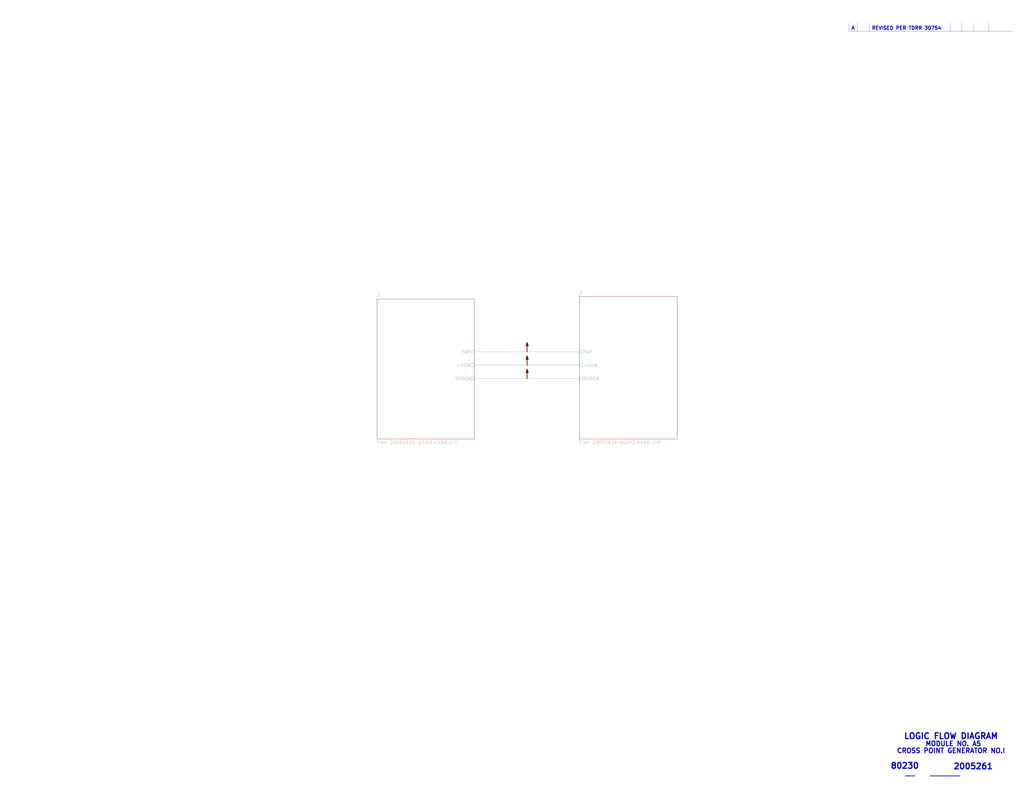
<source format=kicad_sch>
(kicad_sch (version 20211123) (generator eeschema)
  (paper "E")
  (lib_symbols
    (symbol "AGC_DSKY:PWR_FLAG" (power) (pin_numbers hide) (pin_names (offset 0) hide)
      (symbol "PWR_FLAG_0_0"
        (pin power_out line (at 0 0 90) (length 0) (name "pwr") (number "1"))
      )
      (symbol "PWR_FLAG_0_1"
        (polyline (pts (xy 0 0) (xy 0 10.16)) (stroke (width 0.762)))
        (polyline (pts (xy 0 10.16) (xy -1.27 6.35) (xy 1.27 6.35) (xy 0 10.16)) (stroke (width 0.762)) (fill (type outline)))
      )
    )
  )
  (junction (at 575.31 384.175))
  (junction (at 575.31 413.385))
  (junction (at 575.31 398.78))
  (wire (pts (xy 517.525 413.385) (xy 575.31 413.385)))
  (wire (pts (xy 575.31 413.385) (xy 632.46 413.385)))
  (polyline (pts (xy 1049.8074 34.29) (xy 1049.8074 24.9682)) (stroke (width 0.1524) (type solid)))
  (polyline (pts (xy 1062.5074 34.29) (xy 1062.5074 24.9936)) (stroke (width 0.1524) (type solid)))
  (polyline (pts (xy 926.1094 34.29) (xy 1104.9 34.29)) (stroke (width 0.1524) (type solid)))
  (wire (pts (xy 632.46 398.78) (xy 575.31 398.78)))
  (wire (pts (xy 517.525 384.175) (xy 575.31 384.175)))
  (polyline (pts (xy 926.1094 34.29) (xy 926.1094 24.9936)) (stroke (width 0.1524) (type solid)))
  (polyline (pts (xy 1037.1074 34.29) (xy 1037.1074 24.9682)) (stroke (width 0.1524) (type solid)))
  (wire (pts (xy 517.525 398.78) (xy 575.31 398.78)))
  (polyline (pts (xy 948.69 34.29) (xy 948.69 24.9682)) (stroke (width 0.1524) (type solid)))
  (polyline (pts (xy 1078.992 34.29) (xy 1078.992 24.9682)) (stroke (width 0.1524) (type solid)))
  (wire (pts (xy 575.31 384.175) (xy 632.46 384.175)))
  (polyline (pts (xy 935.7106 34.29) (xy 935.7106 24.9682)) (stroke (width 0.1524) (type solid)))
  (text "MODULE NO. A5" (at 1009.65 815.34 0) (effects (font (size 5.08 5.08) (thickness 1.016) bold) (justify left bottom)))
  (text "2005261" (at 1040.13 840.74 0) (effects (font (size 6.35 6.35) (thickness 1.27) bold) (justify left bottom)))
  (text "A" (at 929.005 33.02 0) (effects (font (size 3.81 3.81) (thickness 0.762) bold) (justify left bottom)))
  (text "____________" (at 1014.73 847.725 0) (effects (font (size 3.556 3.556) (thickness 0.7112) bold) (justify left bottom)))
  (text "REVISED PER TDRR 30754" (at 951.23 33.02 0) (effects (font (size 3.81 3.81) (thickness 0.762) bold) (justify left bottom)))
  (text "80230" (at 971.55 840.105 0) (effects (font (size 6.35 6.35) (thickness 1.27) bold) (justify left bottom)))
  (text "CROSS POINT GENERATOR NO.I" (at 978.535 822.96 0) (effects (font (size 5.08 5.08) (thickness 1.016) bold) (justify left bottom)))
  (text "____" (at 987.425 847.725 0) (effects (font (size 3.556 3.556) (thickness 0.7112) bold) (justify left bottom)))
  (text "LOGIC FLOW DIAGRAM" (at 986.155 807.72 0) (effects (font (size 6.35 6.35) (thickness 1.27) bold) (justify left bottom)))
  (symbol (lib_id "AGC_DSKY:PWR_FLAG") (at 575.31 384.175 0) (unit 1)
    (property "Reference" "#FLG01" (effects hide))
    (property "Value" "PWR_FLAG" (effects hide))
  )
  (symbol (lib_id "AGC_DSKY:PWR_FLAG") (at 575.31 398.78 0) (unit 1)
    (property "Reference" "#FLG02" (effects hide))
    (property "Value" "PWR_FLAG" (effects hide))
  )
  (symbol (lib_id "AGC_DSKY:PWR_FLAG") (at 575.31 413.385 0) (unit 1)
    (property "Reference" "#FLG03" (effects hide))
    (property "Value" "PWR_FLAG" (effects hide))
  )
  (sheet (at 411.48 326.39) (size 106.045 153.035)
    (property "Sheet name" "1" (at 411.48 324.5354 0) (effects (font (size 3.556 3.556)) (justify left bottom)))
    (property "Sheet file" "2005261A-p1of2.kicad_sch" (at 411.48 480.924 0) (effects (font (size 3.556 3.556)) (justify left top)))
    (pin "FAP" passive (at 517.525 384.175 0) (effects (font (size 3.556 3.556))))
    (pin "0VDCA" passive (at 517.525 413.385 0) (effects (font (size 3.556 3.556))))
    (pin "+4SW" passive (at 517.525 398.78 0) (effects (font (size 3.556 3.556))))
  )
  (sheet (at 632.46 323.85) (size 106.68 155.575)
    (property "Sheet name" "2" (at 632.46 321.9954 0) (effects (font (size 3.556 3.556)) (justify left bottom)))
    (property "Sheet file" "2005261A-p2of2.kicad_sch" (at 632.46 480.924 0) (effects (font (size 3.556 3.556)) (justify left top)))
    (pin "FAP" passive (at 632.46 384.175 180) (effects (font (size 3.556 3.556))))
    (pin "0VDCA" passive (at 632.46 413.385 180) (effects (font (size 3.556 3.556))))
    (pin "+4SW" passive (at 632.46 398.78 180) (effects (font (size 3.556 3.556))))
  )
)
</source>
